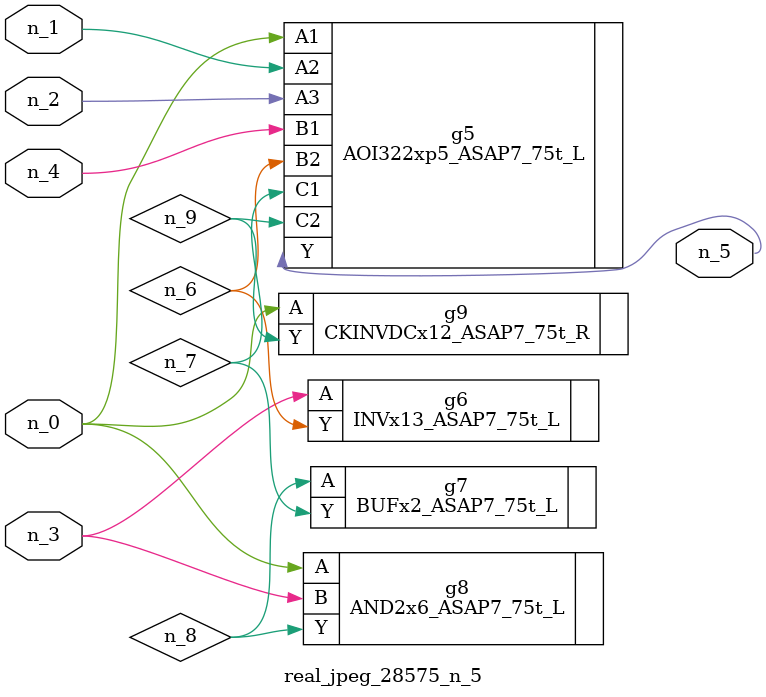
<source format=v>
module real_jpeg_28575_n_5 (n_4, n_0, n_1, n_2, n_3, n_5);

input n_4;
input n_0;
input n_1;
input n_2;
input n_3;

output n_5;

wire n_8;
wire n_6;
wire n_7;
wire n_9;

AOI322xp5_ASAP7_75t_L g5 ( 
.A1(n_0),
.A2(n_1),
.A3(n_2),
.B1(n_4),
.B2(n_6),
.C1(n_7),
.C2(n_9),
.Y(n_5)
);

AND2x6_ASAP7_75t_L g8 ( 
.A(n_0),
.B(n_3),
.Y(n_8)
);

CKINVDCx12_ASAP7_75t_R g9 ( 
.A(n_0),
.Y(n_9)
);

INVx13_ASAP7_75t_L g6 ( 
.A(n_3),
.Y(n_6)
);

BUFx2_ASAP7_75t_L g7 ( 
.A(n_8),
.Y(n_7)
);


endmodule
</source>
